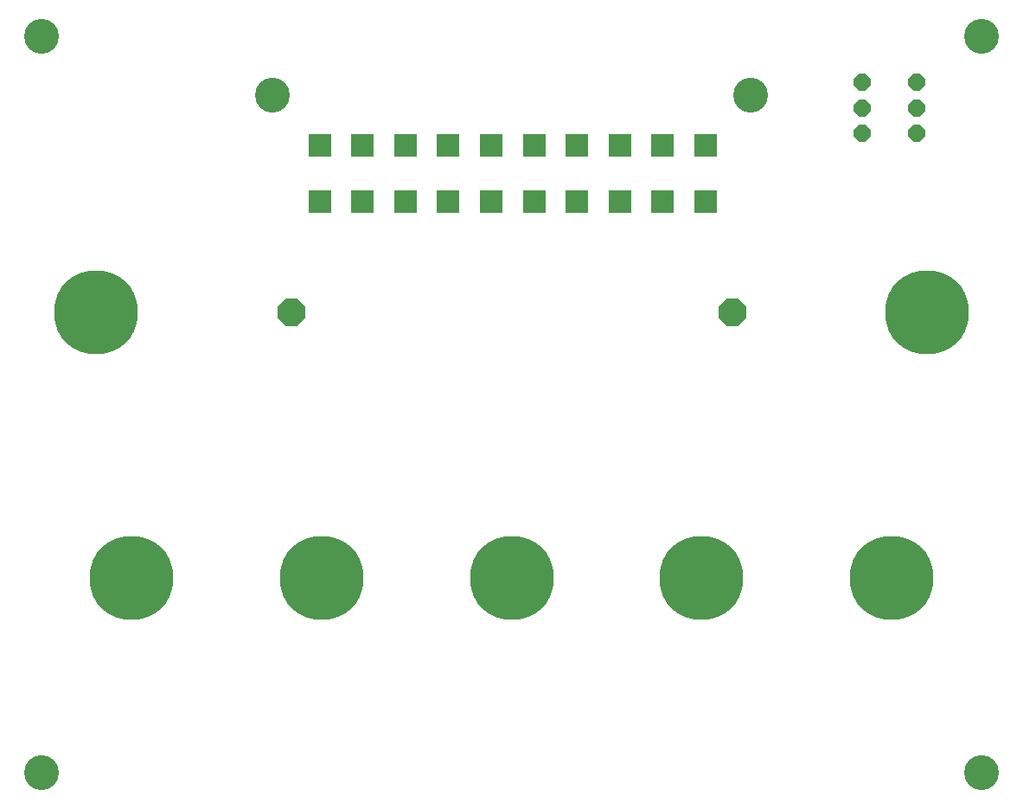
<source format=gbs>
G75*
G70*
%OFA0B0*%
%FSLAX24Y24*%
%IPPOS*%
%LPD*%
%AMOC8*
5,1,8,0,0,1.08239X$1,22.5*
%
%ADD10OC8,0.1080*%
%ADD11C,0.3230*%
%ADD12C,0.1340*%
%ADD13R,0.0907X0.0907*%
%ADD14OC8,0.0635*%
D10*
X015579Y024099D03*
X032579Y024099D03*
D11*
X040089Y024099D03*
X038725Y013863D03*
X031402Y013863D03*
X024079Y013863D03*
X016757Y013863D03*
X009434Y013863D03*
X008070Y024099D03*
D12*
X005969Y006382D03*
X014867Y032485D03*
X005969Y034729D03*
X033292Y032485D03*
X042190Y034729D03*
X042190Y006382D03*
D13*
X031560Y028378D03*
X029906Y028378D03*
X028253Y028378D03*
X026599Y028378D03*
X024946Y028378D03*
X023292Y028378D03*
X021638Y028378D03*
X019985Y028378D03*
X018331Y028378D03*
X016678Y028378D03*
X016678Y030544D03*
X018331Y030544D03*
X019985Y030544D03*
X021638Y030544D03*
X023292Y030544D03*
X024946Y030544D03*
X026599Y030544D03*
X028253Y030544D03*
X029906Y030544D03*
X031560Y030544D03*
D14*
X037583Y030989D03*
X037583Y031973D03*
X037583Y032957D03*
X039709Y032957D03*
X039709Y031973D03*
X039709Y030989D03*
M02*

</source>
